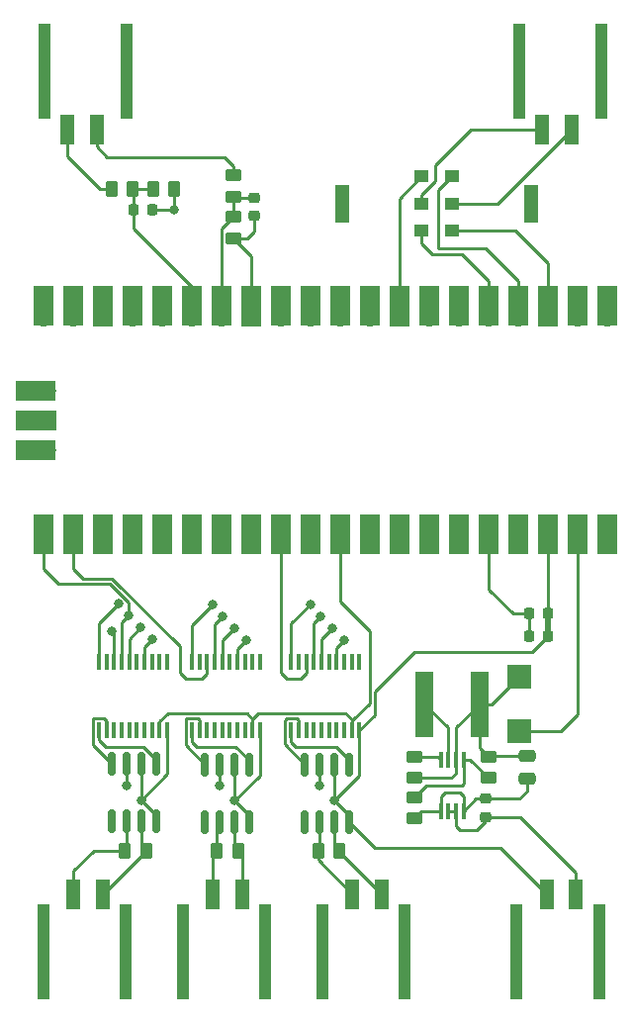
<source format=gtl>
%TF.GenerationSoftware,KiCad,Pcbnew,(6.0.5-0)*%
%TF.CreationDate,2022-05-30T23:28:05+01:00*%
%TF.ProjectId,bms,626d732e-6b69-4636-9164-5f7063625858,rev?*%
%TF.SameCoordinates,Original*%
%TF.FileFunction,Copper,L1,Top*%
%TF.FilePolarity,Positive*%
%FSLAX46Y46*%
G04 Gerber Fmt 4.6, Leading zero omitted, Abs format (unit mm)*
G04 Created by KiCad (PCBNEW (6.0.5-0)) date 2022-05-30 23:28:05*
%MOMM*%
%LPD*%
G01*
G04 APERTURE LIST*
G04 Aperture macros list*
%AMRoundRect*
0 Rectangle with rounded corners*
0 $1 Rounding radius*
0 $2 $3 $4 $5 $6 $7 $8 $9 X,Y pos of 4 corners*
0 Add a 4 corners polygon primitive as box body*
4,1,4,$2,$3,$4,$5,$6,$7,$8,$9,$2,$3,0*
0 Add four circle primitives for the rounded corners*
1,1,$1+$1,$2,$3*
1,1,$1+$1,$4,$5*
1,1,$1+$1,$6,$7*
1,1,$1+$1,$8,$9*
0 Add four rect primitives between the rounded corners*
20,1,$1+$1,$2,$3,$4,$5,0*
20,1,$1+$1,$4,$5,$6,$7,0*
20,1,$1+$1,$6,$7,$8,$9,0*
20,1,$1+$1,$8,$9,$2,$3,0*%
G04 Aperture macros list end*
%TA.AperFunction,SMDPad,CuDef*%
%ADD10R,1.240000X2.500000*%
%TD*%
%TA.AperFunction,SMDPad,CuDef*%
%ADD11R,1.100000X8.200000*%
%TD*%
%TA.AperFunction,SMDPad,CuDef*%
%ADD12R,0.450000X1.400000*%
%TD*%
%TA.AperFunction,SMDPad,CuDef*%
%ADD13R,0.450000X1.475000*%
%TD*%
%TA.AperFunction,SMDPad,CuDef*%
%ADD14R,1.200000X1.000000*%
%TD*%
%TA.AperFunction,SMDPad,CuDef*%
%ADD15R,1.200000X3.300000*%
%TD*%
%TA.AperFunction,SMDPad,CuDef*%
%ADD16RoundRect,0.250000X-0.450000X0.262500X-0.450000X-0.262500X0.450000X-0.262500X0.450000X0.262500X0*%
%TD*%
%TA.AperFunction,SMDPad,CuDef*%
%ADD17RoundRect,0.250000X-0.262500X-0.450000X0.262500X-0.450000X0.262500X0.450000X-0.262500X0.450000X0*%
%TD*%
%TA.AperFunction,SMDPad,CuDef*%
%ADD18RoundRect,0.250000X0.450000X-0.262500X0.450000X0.262500X-0.450000X0.262500X-0.450000X-0.262500X0*%
%TD*%
%TA.AperFunction,SMDPad,CuDef*%
%ADD19RoundRect,0.150000X-0.150000X0.825000X-0.150000X-0.825000X0.150000X-0.825000X0.150000X0.825000X0*%
%TD*%
%TA.AperFunction,SMDPad,CuDef*%
%ADD20RoundRect,0.225000X-0.250000X0.225000X-0.250000X-0.225000X0.250000X-0.225000X0.250000X0.225000X0*%
%TD*%
%TA.AperFunction,SMDPad,CuDef*%
%ADD21R,2.049780X2.049780*%
%TD*%
%TA.AperFunction,SMDPad,CuDef*%
%ADD22R,3.500000X1.700000*%
%TD*%
%TA.AperFunction,ComponentPad*%
%ADD23O,1.700000X1.700000*%
%TD*%
%TA.AperFunction,ComponentPad*%
%ADD24R,1.700000X1.700000*%
%TD*%
%TA.AperFunction,SMDPad,CuDef*%
%ADD25R,1.700000X3.500000*%
%TD*%
%TA.AperFunction,SMDPad,CuDef*%
%ADD26RoundRect,0.225000X-0.225000X-0.250000X0.225000X-0.250000X0.225000X0.250000X-0.225000X0.250000X0*%
%TD*%
%TA.AperFunction,SMDPad,CuDef*%
%ADD27RoundRect,0.225000X0.250000X-0.225000X0.250000X0.225000X-0.250000X0.225000X-0.250000X-0.225000X0*%
%TD*%
%TA.AperFunction,SMDPad,CuDef*%
%ADD28RoundRect,0.250000X-0.475000X0.250000X-0.475000X-0.250000X0.475000X-0.250000X0.475000X0.250000X0*%
%TD*%
%TA.AperFunction,SMDPad,CuDef*%
%ADD29R,1.600000X5.700000*%
%TD*%
%TA.AperFunction,ViaPad*%
%ADD30C,0.800000*%
%TD*%
%TA.AperFunction,Conductor*%
%ADD31C,0.250000*%
%TD*%
%TA.AperFunction,Conductor*%
%ADD32C,0.500000*%
%TD*%
G04 APERTURE END LIST*
D10*
%TO.P,J6,1,1*%
%TO.N,BATT_2_CONTACTOR_GND*%
X115082000Y-92456000D03*
%TO.P,J6,2,2*%
%TO.N,BATT_1_CONTACTOR_GND*%
X117582000Y-92456000D03*
D11*
%TO.P,J6,3*%
%TO.N,N/C*%
X113112000Y-87526000D03*
%TO.P,J6,4*%
X120152000Y-87526000D03*
%TD*%
D10*
%TO.P,J5,1,1*%
%TO.N,IGNITION_ON_IN*%
X74442000Y-92456000D03*
%TO.P,J5,2,2*%
%TO.N,CHARGE_ENABLE_IN*%
X76942000Y-92456000D03*
D11*
%TO.P,J5,3*%
%TO.N,N/C*%
X72472000Y-87526000D03*
%TO.P,J5,4*%
X79512000Y-87526000D03*
%TD*%
D10*
%TO.P,J4,1,1*%
%TO.N,BATT_2_CAN_H*%
X77471000Y-157908000D03*
%TO.P,J4,2,2*%
%TO.N,BATT_2_CAN_L*%
X74971000Y-157908000D03*
D11*
%TO.P,J4,3*%
%TO.N,N/C*%
X79441000Y-162838000D03*
%TO.P,J4,4*%
X72401000Y-162838000D03*
%TD*%
D10*
%TO.P,J3,1,1*%
%TO.N,BATT_1_CAN_H*%
X101326000Y-157908000D03*
%TO.P,J3,2,2*%
%TO.N,BATT_1_CAN_L*%
X98826000Y-157908000D03*
D11*
%TO.P,J3,3*%
%TO.N,N/C*%
X103296000Y-162838000D03*
%TO.P,J3,4*%
X96256000Y-162838000D03*
%TD*%
D10*
%TO.P,J2,1,1*%
%TO.N,MAIN_CAN_H*%
X89388000Y-157908000D03*
%TO.P,J2,2,2*%
%TO.N,MAIN_CAN_L*%
X86888000Y-157908000D03*
D11*
%TO.P,J2,3*%
%TO.N,N/C*%
X91358000Y-162838000D03*
%TO.P,J2,4*%
X84318000Y-162838000D03*
%TD*%
D10*
%TO.P,J1,1,1*%
%TO.N,12V*%
X117984000Y-157908000D03*
%TO.P,J1,2,2*%
%TO.N,GND*%
X115484000Y-157908000D03*
D11*
%TO.P,J1,3*%
%TO.N,N/C*%
X119954000Y-162838000D03*
%TO.P,J1,4*%
X112914000Y-162838000D03*
%TD*%
D12*
%TO.P,IC9,1,PGND*%
%TO.N,Net-(C1-Pad2)*%
X106403000Y-150790000D03*
%TO.P,IC9,2,VIN*%
%TO.N,12V*%
X107053000Y-150790000D03*
%TO.P,IC9,3,EN*%
X107703000Y-150790000D03*
%TO.P,IC9,4,AGND*%
%TO.N,Net-(C1-Pad2)*%
X108353000Y-150790000D03*
%TO.P,IC9,5,FB*%
%TO.N,Net-(R2-Pad2)*%
X108353000Y-146390000D03*
%TO.P,IC9,6,VOS*%
%TO.N,5V*%
X107703000Y-146390000D03*
%TO.P,IC9,7,SW*%
%TO.N,Net-(L1-Pad1)*%
X107053000Y-146390000D03*
%TO.P,IC9,8,PG*%
%TO.N,Net-(R1-Pad2)*%
X106403000Y-146390000D03*
%TD*%
D13*
%TO.P,IC5,1,TXCAN*%
%TO.N,BATT_2_CAN_TX*%
X77154469Y-143908000D03*
%TO.P,IC5,2,RXCAN*%
%TO.N,BATT_2_CAN_RX*%
X77804469Y-143908000D03*
%TO.P,IC5,3,CLKOUT/SOF*%
%TO.N,unconnected-(IC5-Pad3)*%
X78454469Y-143908000D03*
%TO.P,IC5,4,~{TX0RTS}*%
%TO.N,unconnected-(IC5-Pad4)*%
X79104469Y-143908000D03*
%TO.P,IC5,5,~{TX1RTS}*%
%TO.N,unconnected-(IC5-Pad5)*%
X79754469Y-143908000D03*
%TO.P,IC5,6,NC_1*%
%TO.N,unconnected-(IC5-Pad6)*%
X80404469Y-143908000D03*
%TO.P,IC5,7,~{TX2RTS}*%
%TO.N,unconnected-(IC5-Pad7)*%
X81054469Y-143908000D03*
%TO.P,IC5,8,OSC2*%
%TO.N,unconnected-(IC5-Pad8)*%
X81704469Y-143908000D03*
%TO.P,IC5,9,OSC1*%
%TO.N,8MHz*%
X82354469Y-143908000D03*
%TO.P,IC5,10,VSS*%
%TO.N,GND*%
X83004469Y-143908000D03*
%TO.P,IC5,11,~{RX1BF}*%
%TO.N,unconnected-(IC5-Pad11)*%
X83004469Y-138032000D03*
%TO.P,IC5,12,~{RX0BF}*%
%TO.N,unconnected-(IC5-Pad12)*%
X82354469Y-138032000D03*
%TO.P,IC5,13,~{INT}*%
%TO.N,unconnected-(IC5-Pad13)*%
X81704469Y-138032000D03*
%TO.P,IC5,14,SCK*%
%TO.N,SPI0_CLK*%
X81054469Y-138032000D03*
%TO.P,IC5,15,NC_2*%
%TO.N,unconnected-(IC5-Pad15)*%
X80404469Y-138032000D03*
%TO.P,IC5,16,SI*%
%TO.N,SPI0_MOSI*%
X79754469Y-138032000D03*
%TO.P,IC5,17,SO*%
%TO.N,SPI0_MISO*%
X79104469Y-138032000D03*
%TO.P,IC5,18,~{CS}*%
%TO.N,BATT_2_CS*%
X78454469Y-138032000D03*
%TO.P,IC5,19,~{RESET}*%
%TO.N,unconnected-(IC5-Pad19)*%
X77804469Y-138032000D03*
%TO.P,IC5,20,VDD*%
%TO.N,3V*%
X77154469Y-138032000D03*
%TD*%
%TO.P,IC4,1,TXCAN*%
%TO.N,BATT_1_CAN_TX*%
X93595000Y-143908000D03*
%TO.P,IC4,2,RXCAN*%
%TO.N,BATT_1_CAN_RX*%
X94245000Y-143908000D03*
%TO.P,IC4,3,CLKOUT/SOF*%
%TO.N,unconnected-(IC4-Pad3)*%
X94895000Y-143908000D03*
%TO.P,IC4,4,~{TX0RTS}*%
%TO.N,unconnected-(IC4-Pad4)*%
X95545000Y-143908000D03*
%TO.P,IC4,5,~{TX1RTS}*%
%TO.N,unconnected-(IC4-Pad5)*%
X96195000Y-143908000D03*
%TO.P,IC4,6,NC_1*%
%TO.N,unconnected-(IC4-Pad6)*%
X96845000Y-143908000D03*
%TO.P,IC4,7,~{TX2RTS}*%
%TO.N,unconnected-(IC4-Pad7)*%
X97495000Y-143908000D03*
%TO.P,IC4,8,OSC2*%
%TO.N,unconnected-(IC4-Pad8)*%
X98145000Y-143908000D03*
%TO.P,IC4,9,OSC1*%
%TO.N,8MHz*%
X98795000Y-143908000D03*
%TO.P,IC4,10,VSS*%
%TO.N,GND*%
X99445000Y-143908000D03*
%TO.P,IC4,11,~{RX1BF}*%
%TO.N,unconnected-(IC4-Pad11)*%
X99445000Y-138032000D03*
%TO.P,IC4,12,~{RX0BF}*%
%TO.N,unconnected-(IC4-Pad12)*%
X98795000Y-138032000D03*
%TO.P,IC4,13,~{INT}*%
%TO.N,unconnected-(IC4-Pad13)*%
X98145000Y-138032000D03*
%TO.P,IC4,14,SCK*%
%TO.N,SPI0_CLK*%
X97495000Y-138032000D03*
%TO.P,IC4,15,NC_2*%
%TO.N,unconnected-(IC4-Pad15)*%
X96845000Y-138032000D03*
%TO.P,IC4,16,SI*%
%TO.N,SPI0_MOSI*%
X96195000Y-138032000D03*
%TO.P,IC4,17,SO*%
%TO.N,SPI0_MISO*%
X95545000Y-138032000D03*
%TO.P,IC4,18,~{CS}*%
%TO.N,BATT_1_CS*%
X94895000Y-138032000D03*
%TO.P,IC4,19,~{RESET}*%
%TO.N,unconnected-(IC4-Pad19)*%
X94245000Y-138032000D03*
%TO.P,IC4,20,VDD*%
%TO.N,3V*%
X93595000Y-138032000D03*
%TD*%
%TO.P,IC3,1,TXCAN*%
%TO.N,MAIN_CAN_TX*%
X85095011Y-143908000D03*
%TO.P,IC3,2,RXCAN*%
%TO.N,MAIN_CAN_RX*%
X85745011Y-143908000D03*
%TO.P,IC3,3,CLKOUT/SOF*%
%TO.N,unconnected-(IC3-Pad3)*%
X86395011Y-143908000D03*
%TO.P,IC3,4,~{TX0RTS}*%
%TO.N,unconnected-(IC3-Pad4)*%
X87045011Y-143908000D03*
%TO.P,IC3,5,~{TX1RTS}*%
%TO.N,unconnected-(IC3-Pad5)*%
X87695011Y-143908000D03*
%TO.P,IC3,6,NC_1*%
%TO.N,unconnected-(IC3-Pad6)*%
X88345011Y-143908000D03*
%TO.P,IC3,7,~{TX2RTS}*%
%TO.N,unconnected-(IC3-Pad7)*%
X88995011Y-143908000D03*
%TO.P,IC3,8,OSC2*%
%TO.N,unconnected-(IC3-Pad8)*%
X89645011Y-143908000D03*
%TO.P,IC3,9,OSC1*%
%TO.N,8MHz*%
X90295011Y-143908000D03*
%TO.P,IC3,10,VSS*%
%TO.N,GND*%
X90945011Y-143908000D03*
%TO.P,IC3,11,~{RX1BF}*%
%TO.N,unconnected-(IC3-Pad11)*%
X90945011Y-138032000D03*
%TO.P,IC3,12,~{RX0BF}*%
%TO.N,unconnected-(IC3-Pad12)*%
X90295011Y-138032000D03*
%TO.P,IC3,13,~{INT}*%
%TO.N,unconnected-(IC3-Pad13)*%
X89645011Y-138032000D03*
%TO.P,IC3,14,SCK*%
%TO.N,SPI0_CLK*%
X88995011Y-138032000D03*
%TO.P,IC3,15,NC_2*%
%TO.N,unconnected-(IC3-Pad15)*%
X88345011Y-138032000D03*
%TO.P,IC3,16,SI*%
%TO.N,SPI0_MOSI*%
X87695011Y-138032000D03*
%TO.P,IC3,17,SO*%
%TO.N,SPI0_MISO*%
X87045011Y-138032000D03*
%TO.P,IC3,18,~{CS}*%
%TO.N,MAIN_CAN_CS*%
X86395011Y-138032000D03*
%TO.P,IC3,19,~{RESET}*%
%TO.N,unconnected-(IC3-Pad19)*%
X85745011Y-138032000D03*
%TO.P,IC3,20,VDD*%
%TO.N,3V*%
X85095011Y-138032000D03*
%TD*%
D14*
%TO.P,IC2,1,G*%
%TO.N,BATT_2_CONTACTOR_SIGNAL*%
X104746000Y-101106000D03*
%TO.P,IC2,2,D_1*%
%TO.N,BATT_2_CONTACTOR_GND*%
X104746000Y-98806000D03*
%TO.P,IC2,3,S*%
%TO.N,GND*%
X104746000Y-96506000D03*
D15*
%TO.P,IC2,4,D_2*%
%TO.N,unconnected-(IC2-Pad4)*%
X97946000Y-98806000D03*
%TD*%
D14*
%TO.P,IC1,1,G*%
%TO.N,BATT_1_CONTACTOR_SIGNAL*%
X107344000Y-96506000D03*
%TO.P,IC1,2,D_1*%
%TO.N,BATT_1_CONTACTOR_GND*%
X107344000Y-98806000D03*
%TO.P,IC1,3,S*%
%TO.N,GND*%
X107344000Y-101106000D03*
D15*
%TO.P,IC1,4,D_2*%
%TO.N,unconnected-(IC1-Pad4)*%
X114144000Y-98806000D03*
%TD*%
D16*
%TO.P,R7,1*%
%TO.N,CHARGE_ENABLE_IN_SIGNAL*%
X88646000Y-99938500D03*
%TO.P,R7,2*%
%TO.N,GND*%
X88646000Y-101763500D03*
%TD*%
D17*
%TO.P,R6,2*%
%TO.N,GND*%
X83613000Y-97536000D03*
%TO.P,R6,1*%
%TO.N,IGNITION_ON_IN_SIGNAL*%
X81788000Y-97536000D03*
%TD*%
D16*
%TO.P,R5,1*%
%TO.N,CHARGE_ENABLE_IN*%
X88646000Y-96382500D03*
%TO.P,R5,2*%
%TO.N,CHARGE_ENABLE_IN_SIGNAL*%
X88646000Y-98207500D03*
%TD*%
D17*
%TO.P,R4,2*%
%TO.N,IGNITION_ON_IN_SIGNAL*%
X80057000Y-97536000D03*
%TO.P,R4,1*%
%TO.N,IGNITION_ON_IN*%
X78232000Y-97536000D03*
%TD*%
D16*
%TO.P,R3,1*%
%TO.N,Net-(R2-Pad2)*%
X104140000Y-149606000D03*
%TO.P,R3,2*%
%TO.N,Net-(C1-Pad2)*%
X104140000Y-151431000D03*
%TD*%
%TO.P,R2,1*%
%TO.N,5V*%
X110490000Y-146153500D03*
%TO.P,R2,2*%
%TO.N,Net-(R2-Pad2)*%
X110490000Y-147978500D03*
%TD*%
D18*
%TO.P,R1,1*%
%TO.N,5V*%
X104140000Y-147978500D03*
%TO.P,R1,2*%
%TO.N,Net-(R1-Pad2)*%
X104140000Y-146153500D03*
%TD*%
D17*
%TO.P,R10,1*%
%TO.N,BATT_2_CAN_L*%
X79351500Y-154178000D03*
%TO.P,R10,2*%
%TO.N,BATT_2_CAN_H*%
X81176500Y-154178000D03*
%TD*%
%TO.P,R9,1*%
%TO.N,BATT_1_CAN_L*%
X95914509Y-154178000D03*
%TO.P,R9,2*%
%TO.N,BATT_1_CAN_H*%
X97739509Y-154178000D03*
%TD*%
%TO.P,R8,1*%
%TO.N,MAIN_CAN_L*%
X87221542Y-154178000D03*
%TO.P,R8,2*%
%TO.N,MAIN_CAN_H*%
X89046542Y-154178000D03*
%TD*%
D19*
%TO.P,IC7,1,D*%
%TO.N,BATT_1_CAN_TX*%
X98605009Y-146808249D03*
%TO.P,IC7,2,GND*%
%TO.N,GND*%
X97335009Y-146808249D03*
%TO.P,IC7,3,VCC*%
%TO.N,3V*%
X96065009Y-146808249D03*
%TO.P,IC7,4,R*%
%TO.N,BATT_1_CAN_RX*%
X94795009Y-146808249D03*
%TO.P,IC7,5,Vref*%
%TO.N,unconnected-(IC7-Pad5)*%
X94795009Y-151758249D03*
%TO.P,IC7,6,CANL*%
%TO.N,BATT_1_CAN_L*%
X96065009Y-151758249D03*
%TO.P,IC7,7,CANH*%
%TO.N,BATT_1_CAN_H*%
X97335009Y-151758249D03*
%TO.P,IC7,8,Rs*%
%TO.N,GND*%
X98605009Y-151758249D03*
%TD*%
%TO.P,IC8,8,Rs*%
%TO.N,GND*%
X90039042Y-151758249D03*
%TO.P,IC8,7,CANH*%
%TO.N,MAIN_CAN_H*%
X88769042Y-151758249D03*
%TO.P,IC8,6,CANL*%
%TO.N,MAIN_CAN_L*%
X87499042Y-151758249D03*
%TO.P,IC8,5,Vref*%
%TO.N,unconnected-(IC8-Pad5)*%
X86229042Y-151758249D03*
%TO.P,IC8,4,R*%
%TO.N,MAIN_CAN_RX*%
X86229042Y-146808249D03*
%TO.P,IC8,3,VCC*%
%TO.N,3V*%
X87499042Y-146808249D03*
%TO.P,IC8,2,GND*%
%TO.N,GND*%
X88769042Y-146808249D03*
%TO.P,IC8,1,D*%
%TO.N,MAIN_CAN_TX*%
X90039042Y-146808249D03*
%TD*%
D20*
%TO.P,C6,1*%
%TO.N,CHARGE_ENABLE_IN_SIGNAL*%
X90424000Y-98298000D03*
%TO.P,C6,2*%
%TO.N,GND*%
X90424000Y-99848000D03*
%TD*%
D21*
%TO.P,D1,1*%
%TO.N,Net-(D1-Pad1)*%
X113093000Y-143936200D03*
%TO.P,D1,2*%
%TO.N,5V*%
X113093000Y-139338800D03*
%TD*%
D22*
%TO.P,U8,43,SWDIO*%
%TO.N,unconnected-(U8-Pad43)*%
X71720000Y-119888000D03*
D23*
X72620000Y-119888000D03*
D22*
%TO.P,U8,42,GND*%
%TO.N,unconnected-(U8-Pad42)*%
X71720000Y-117348000D03*
D24*
X72620000Y-117348000D03*
D23*
%TO.P,U8,41,SWCLK*%
%TO.N,unconnected-(U8-Pad41)*%
X72620000Y-114808000D03*
D22*
X71720000Y-114808000D03*
D23*
%TO.P,U8,40,VBUS*%
%TO.N,unconnected-(U8-Pad40)*%
X120650000Y-126238000D03*
D25*
X120650000Y-127138000D03*
%TO.P,U8,39,VSYS*%
%TO.N,Net-(D1-Pad1)*%
X118110000Y-127138000D03*
D23*
X118110000Y-126238000D03*
D24*
%TO.P,U8,38,GND*%
%TO.N,GND*%
X115570000Y-126238000D03*
D25*
X115570000Y-127138000D03*
D23*
%TO.P,U8,37,3V3_EN*%
%TO.N,unconnected-(U8-Pad37)*%
X113030000Y-126238000D03*
D25*
X113030000Y-127138000D03*
%TO.P,U8,36,3V3*%
%TO.N,3V*%
X110490000Y-127138000D03*
D23*
X110490000Y-126238000D03*
D25*
%TO.P,U8,35,ADC_VREF*%
%TO.N,unconnected-(U8-Pad35)*%
X107950000Y-127138000D03*
D23*
X107950000Y-126238000D03*
%TO.P,U8,34,GPIO28_ADC2*%
%TO.N,unconnected-(U8-Pad34)*%
X105410000Y-126238000D03*
D25*
X105410000Y-127138000D03*
%TO.P,U8,33,AGND*%
%TO.N,unconnected-(U8-Pad33)*%
X102870000Y-127138000D03*
D24*
X102870000Y-126238000D03*
D23*
%TO.P,U8,32,GPIO27_ADC1*%
%TO.N,unconnected-(U8-Pad32)*%
X100330000Y-126238000D03*
D25*
X100330000Y-127138000D03*
D23*
%TO.P,U8,31,GPIO26_ADC0*%
%TO.N,8MHz*%
X97790000Y-126238000D03*
D25*
X97790000Y-127138000D03*
%TO.P,U8,30,RUN*%
%TO.N,unconnected-(U8-Pad30)*%
X95250000Y-127138000D03*
D23*
X95250000Y-126238000D03*
D25*
%TO.P,U8,29,GPIO22*%
%TO.N,BATT_1_CS*%
X92710000Y-127138000D03*
D23*
X92710000Y-126238000D03*
D25*
%TO.P,U8,28,GND*%
%TO.N,unconnected-(U8-Pad28)*%
X90170000Y-127138000D03*
D24*
X90170000Y-126238000D03*
D25*
%TO.P,U8,27,GPIO21*%
%TO.N,unconnected-(U8-Pad27)*%
X87630000Y-127138000D03*
D23*
X87630000Y-126238000D03*
%TO.P,U8,26,GPIO20*%
%TO.N,unconnected-(U8-Pad26)*%
X85090000Y-126238000D03*
D25*
X85090000Y-127138000D03*
D23*
%TO.P,U8,25,GPIO19*%
%TO.N,SPI0_MOSI*%
X82550000Y-126238000D03*
D25*
X82550000Y-127138000D03*
D23*
%TO.P,U8,24,GPIO18*%
%TO.N,SPI0_CLK*%
X80010000Y-126238000D03*
D25*
X80010000Y-127138000D03*
%TO.P,U8,23,GND*%
%TO.N,unconnected-(U8-Pad23)*%
X77470000Y-127138000D03*
D24*
X77470000Y-126238000D03*
D23*
%TO.P,U8,22,GPIO17*%
%TO.N,MAIN_CAN_CS*%
X74930000Y-126238000D03*
D25*
X74930000Y-127138000D03*
D23*
%TO.P,U8,21,GPIO16*%
%TO.N,SPI0_MISO*%
X72390000Y-126238000D03*
D25*
X72390000Y-127138000D03*
%TO.P,U8,20,GPIO15*%
%TO.N,BATT_2_CS*%
X72390000Y-107558000D03*
D23*
X72390000Y-108458000D03*
%TO.P,U8,19,GPIO14*%
%TO.N,unconnected-(U8-Pad19)*%
X74930000Y-108458000D03*
D25*
X74930000Y-107558000D03*
D24*
%TO.P,U8,18,GND*%
%TO.N,GND*%
X77470000Y-108458000D03*
D25*
X77470000Y-107558000D03*
%TO.P,U8,17,GPIO13*%
%TO.N,unconnected-(U8-Pad17)*%
X80010000Y-107558000D03*
D23*
X80010000Y-108458000D03*
%TO.P,U8,16,GPIO12*%
%TO.N,unconnected-(U8-Pad16)*%
X82550000Y-108458000D03*
D25*
X82550000Y-107558000D03*
%TO.P,U8,15,GPIO11*%
%TO.N,IGNITION_ON_IN_SIGNAL*%
X85090000Y-107558000D03*
D23*
X85090000Y-108458000D03*
%TO.P,U8,14,GPIO10*%
%TO.N,CHARGE_ENABLE_IN_SIGNAL*%
X87630000Y-108458000D03*
D25*
X87630000Y-107558000D03*
D24*
%TO.P,U8,13,GND*%
%TO.N,GND*%
X90170000Y-108458000D03*
D25*
X90170000Y-107558000D03*
D23*
%TO.P,U8,12,GPIO9*%
%TO.N,unconnected-(U8-Pad12)*%
X92710000Y-108458000D03*
D25*
X92710000Y-107558000D03*
D23*
%TO.P,U8,11,GPIO8*%
%TO.N,unconnected-(U8-Pad11)*%
X95250000Y-108458000D03*
D25*
X95250000Y-107558000D03*
D23*
%TO.P,U8,10,GPIO7*%
%TO.N,unconnected-(U8-Pad10)*%
X97790000Y-108458000D03*
D25*
X97790000Y-107558000D03*
%TO.P,U8,9,GPIO6*%
%TO.N,unconnected-(U8-Pad9)*%
X100330000Y-107558000D03*
D23*
X100330000Y-108458000D03*
D25*
%TO.P,U8,8,GND*%
%TO.N,GND*%
X102870000Y-107558000D03*
D24*
X102870000Y-108458000D03*
D23*
%TO.P,U8,7,GPIO5*%
%TO.N,unconnected-(U8-Pad7)*%
X105410000Y-108458000D03*
D25*
X105410000Y-107558000D03*
%TO.P,U8,6,GPIO4*%
%TO.N,unconnected-(U8-Pad6)*%
X107950000Y-107558000D03*
D23*
X107950000Y-108458000D03*
%TO.P,U8,5,GPIO3*%
%TO.N,BATT_2_CONTACTOR_SIGNAL*%
X110490000Y-108458000D03*
D25*
X110490000Y-107558000D03*
%TO.P,U8,4,GPIO2*%
%TO.N,BATT_1_CONTACTOR_SIGNAL*%
X113030000Y-107558000D03*
D23*
X113030000Y-108458000D03*
D24*
%TO.P,U8,3,GND*%
%TO.N,GND*%
X115570000Y-108458000D03*
D25*
X115570000Y-107558000D03*
D23*
%TO.P,U8,2,GPIO1*%
%TO.N,UART_RX*%
X118110000Y-108458000D03*
D25*
X118110000Y-107558000D03*
D23*
%TO.P,U8,1,GPIO0*%
%TO.N,UART_TX*%
X120650000Y-108458000D03*
D25*
X120650000Y-107558000D03*
%TD*%
D26*
%TO.P,C2,1*%
%TO.N,3V*%
X114020000Y-133921500D03*
%TO.P,C2,2*%
%TO.N,GND*%
X115570000Y-133921500D03*
%TD*%
D27*
%TO.P,C1,1*%
%TO.N,12V*%
X110236000Y-151302500D03*
%TO.P,C1,2*%
%TO.N,Net-(C1-Pad2)*%
X110236000Y-149752500D03*
%TD*%
D19*
%TO.P,IC6,1,D*%
%TO.N,BATT_2_CAN_TX*%
X82042000Y-146750000D03*
%TO.P,IC6,2,GND*%
%TO.N,GND*%
X80772000Y-146750000D03*
%TO.P,IC6,3,VCC*%
%TO.N,3V*%
X79502000Y-146750000D03*
%TO.P,IC6,4,R*%
%TO.N,BATT_2_CAN_RX*%
X78232000Y-146750000D03*
%TO.P,IC6,5,Vref*%
%TO.N,unconnected-(IC6-Pad5)*%
X78232000Y-151700000D03*
%TO.P,IC6,6,CANL*%
%TO.N,BATT_2_CAN_L*%
X79502000Y-151700000D03*
%TO.P,IC6,7,CANH*%
%TO.N,BATT_2_CAN_H*%
X80772000Y-151700000D03*
%TO.P,IC6,8,Rs*%
%TO.N,GND*%
X82042000Y-151700000D03*
%TD*%
D26*
%TO.P,C3,1*%
%TO.N,3V*%
X114020000Y-135826500D03*
%TO.P,C3,2*%
%TO.N,GND*%
X115570000Y-135826500D03*
%TD*%
D28*
%TO.P,C4,1*%
%TO.N,5V*%
X113792000Y-146116000D03*
%TO.P,C4,2*%
%TO.N,Net-(C1-Pad2)*%
X113792000Y-148016000D03*
%TD*%
D26*
%TO.P,C5,2*%
%TO.N,GND*%
X81697500Y-99314000D03*
%TO.P,C5,1*%
%TO.N,IGNITION_ON_IN_SIGNAL*%
X80147500Y-99314000D03*
%TD*%
D29*
%TO.P,L1,1,1*%
%TO.N,Net-(L1-Pad1)*%
X105028000Y-141637500D03*
%TO.P,L1,2,2*%
%TO.N,5V*%
X109728000Y-141637500D03*
%TD*%
D30*
%TO.N,BATT_2_CS*%
X78232000Y-135382000D03*
%TO.N,SPI0_MISO*%
X96139000Y-134112000D03*
%TO.N,SPI0_MOSI*%
X97155000Y-135128000D03*
%TO.N,SPI0_CLK*%
X98171000Y-136144000D03*
%TO.N,3V*%
X95250000Y-133096000D03*
%TO.N,SPI0_MISO*%
X87757000Y-134112000D03*
%TO.N,SPI0_MOSI*%
X88773000Y-135128000D03*
%TO.N,SPI0_CLK*%
X89789000Y-136144000D03*
%TO.N,3V*%
X86868000Y-133096000D03*
%TO.N,GND*%
X83566000Y-99314000D03*
%TO.N,3V*%
X96065009Y-148647531D03*
X78826000Y-133055000D03*
X79502000Y-148590000D03*
X87499042Y-148647531D03*
%TO.N,GND*%
X88769042Y-149917531D03*
X80772000Y-149860000D03*
X97335009Y-149917531D03*
%TO.N,SPI0_CLK*%
X81747000Y-136103000D03*
%TO.N,SPI0_MOSI*%
X80731000Y-135087000D03*
%TO.N,SPI0_MISO*%
X79715000Y-134071000D03*
%TD*%
D31*
%TO.N,BATT_2_CS*%
X78454469Y-138032000D02*
X78454469Y-135604469D01*
X78454469Y-135604469D02*
X78232000Y-135382000D01*
%TO.N,5V*%
X109728000Y-141637500D02*
X109728000Y-145391500D01*
X109728000Y-145391500D02*
X110490000Y-146153500D01*
%TO.N,Net-(R1-Pad2)*%
X104140000Y-146153500D02*
X106166500Y-146153500D01*
X106166500Y-146153500D02*
X106403000Y-146390000D01*
%TO.N,5V*%
X104140000Y-147978500D02*
X107291500Y-147978500D01*
X107291500Y-147978500D02*
X107703000Y-147567000D01*
X107703000Y-147567000D02*
X107703000Y-146390000D01*
%TO.N,Net-(R2-Pad2)*%
X105156000Y-148590000D02*
X108204000Y-148590000D01*
X108353000Y-148441000D02*
X108353000Y-146390000D01*
X104140000Y-149606000D02*
X105156000Y-148590000D01*
X108204000Y-148590000D02*
X108353000Y-148441000D01*
%TO.N,Net-(C1-Pad2)*%
X106403000Y-150790000D02*
X104781000Y-150790000D01*
X104781000Y-150790000D02*
X104140000Y-151431000D01*
%TO.N,12V*%
X110236000Y-151302500D02*
X110236000Y-151669500D01*
X110236000Y-151669500D02*
X109505500Y-152400000D01*
X110236000Y-151302500D02*
X113202500Y-151302500D01*
%TO.N,Net-(C1-Pad2)*%
X109390500Y-149752500D02*
X110236000Y-149752500D01*
X113137500Y-149752500D02*
X113792000Y-149098000D01*
X110236000Y-149752500D02*
X113137500Y-149752500D01*
X113792000Y-149098000D02*
X113792000Y-148016000D01*
%TO.N,Net-(R2-Pad2)*%
X108353000Y-146390000D02*
X108901500Y-146390000D01*
X108901500Y-146390000D02*
X110490000Y-147978500D01*
%TO.N,5V*%
X107703000Y-143662500D02*
X107703000Y-145281000D01*
X107703000Y-145281000D02*
X107703000Y-146390000D01*
X113792000Y-146116000D02*
X110527500Y-146116000D01*
X110527500Y-146116000D02*
X110490000Y-146153500D01*
%TO.N,BATT_1_CAN_L*%
X95914509Y-154178000D02*
X95914509Y-154996509D01*
X95914509Y-154996509D02*
X98826000Y-157908000D01*
%TO.N,BATT_1_CAN_H*%
X97739509Y-154178000D02*
X97739509Y-154321509D01*
X97739509Y-154321509D02*
X101326000Y-157908000D01*
X97335009Y-151758249D02*
X97335009Y-153773500D01*
X97335009Y-153773500D02*
X97739509Y-154178000D01*
%TO.N,BATT_1_CAN_L*%
X96065009Y-151758249D02*
X96065009Y-154027500D01*
X96065009Y-154027500D02*
X95914509Y-154178000D01*
%TO.N,GND*%
X98605009Y-151758249D02*
X100770760Y-153924000D01*
X100770760Y-153924000D02*
X111500000Y-153924000D01*
X111500000Y-153924000D02*
X115484000Y-157908000D01*
%TO.N,12V*%
X113202500Y-151302500D02*
X117984000Y-156084000D01*
X117984000Y-156084000D02*
X117984000Y-157908000D01*
%TO.N,GND*%
X115570000Y-135826500D02*
X114236500Y-137160000D01*
X114236500Y-137160000D02*
X104140000Y-137160000D01*
X104140000Y-137160000D02*
X100759520Y-140540480D01*
X100759520Y-140540480D02*
X100759520Y-142593480D01*
X100759520Y-142593480D02*
X99445000Y-143908000D01*
%TO.N,3V*%
X110490000Y-126238000D02*
X110490000Y-131826000D01*
X110490000Y-131826000D02*
X112585500Y-133921500D01*
X112585500Y-133921500D02*
X114020000Y-133921500D01*
%TO.N,GND*%
X115570000Y-126238000D02*
X115570000Y-133921500D01*
%TO.N,Net-(D1-Pad1)*%
X118110000Y-126238000D02*
X118110000Y-142494000D01*
X116667800Y-143936200D02*
X113093000Y-143936200D01*
X118110000Y-142494000D02*
X116667800Y-143936200D01*
%TO.N,BATT_1_CS*%
X94895000Y-138032000D02*
X94895000Y-138953522D01*
X94895000Y-138953522D02*
X94402522Y-139446000D01*
X94402522Y-139446000D02*
X93200739Y-139446000D01*
X92710000Y-138955261D02*
X92710000Y-126238000D01*
X93200739Y-139446000D02*
X92710000Y-138955261D01*
%TO.N,8MHz*%
X98795000Y-142986478D02*
X98948522Y-142986478D01*
X98948522Y-142986478D02*
X100330000Y-141605000D01*
X100330000Y-141605000D02*
X100330000Y-135382000D01*
X97790000Y-132842000D02*
X97790000Y-126238000D01*
X100330000Y-135382000D02*
X97790000Y-132842000D01*
%TO.N,MAIN_CAN_CS*%
X86395011Y-138032000D02*
X86395011Y-139019500D01*
X86395011Y-139019500D02*
X85968511Y-139446000D01*
X85968511Y-139446000D02*
X84582000Y-139446000D01*
X84582000Y-139446000D02*
X84074000Y-138938000D01*
X84074000Y-138938000D02*
X84074000Y-136699237D01*
X84074000Y-136699237D02*
X78263243Y-130888480D01*
X78263243Y-130888480D02*
X75770480Y-130888480D01*
X75770480Y-130888480D02*
X74930000Y-130048000D01*
X74930000Y-130048000D02*
X74930000Y-126238000D01*
%TO.N,SPI0_MISO*%
X79715000Y-134071000D02*
X79715000Y-132947670D01*
X79715000Y-132947670D02*
X78085330Y-131318000D01*
X78085330Y-131318000D02*
X73660000Y-131318000D01*
X73660000Y-131318000D02*
X72390000Y-130048000D01*
X72390000Y-130048000D02*
X72390000Y-126238000D01*
%TO.N,3V*%
X77154469Y-138032000D02*
X77154469Y-134726531D01*
X77154469Y-134726531D02*
X78826000Y-133055000D01*
%TO.N,SPI0_CLK*%
X88995011Y-138032000D02*
X88995011Y-136937989D01*
X88995011Y-136937989D02*
X89789000Y-136144000D01*
%TO.N,SPI0_MOSI*%
X87695011Y-138032000D02*
X87695011Y-136205989D01*
X87695011Y-136205989D02*
X88773000Y-135128000D01*
%TO.N,SPI0_MISO*%
X87045011Y-138032000D02*
X87045011Y-134823989D01*
X87045011Y-134823989D02*
X87757000Y-134112000D01*
%TO.N,3V*%
X85095011Y-138032000D02*
X85095011Y-134868989D01*
X85095011Y-134868989D02*
X86868000Y-133096000D01*
%TO.N,SPI0_CLK*%
X97495000Y-138032000D02*
X97495000Y-136820000D01*
X97495000Y-136820000D02*
X98171000Y-136144000D01*
%TO.N,SPI0_MOSI*%
X96195000Y-138032000D02*
X96195000Y-136088000D01*
X96195000Y-136088000D02*
X97155000Y-135128000D01*
%TO.N,SPI0_MISO*%
X95545000Y-138032000D02*
X95545000Y-134706000D01*
X95545000Y-134706000D02*
X96139000Y-134112000D01*
%TO.N,3V*%
X93595000Y-138032000D02*
X93595000Y-134751000D01*
X93595000Y-134751000D02*
X95250000Y-133096000D01*
%TO.N,SPI0_CLK*%
X81054469Y-138032000D02*
X81054469Y-136795531D01*
X81054469Y-136795531D02*
X81747000Y-136103000D01*
%TO.N,SPI0_MOSI*%
X79754469Y-138032000D02*
X79754469Y-136063531D01*
X79754469Y-136063531D02*
X80731000Y-135087000D01*
%TO.N,SPI0_MISO*%
X79104469Y-138032000D02*
X79104469Y-134681531D01*
X79104469Y-134681531D02*
X79715000Y-134071000D01*
%TO.N,BATT_1_CAN_H*%
X97739509Y-153981531D02*
X97739509Y-154321509D01*
X97335009Y-153577031D02*
X97739509Y-153981531D01*
%TO.N,MAIN_CAN_H*%
X89388000Y-157908000D02*
X89388000Y-154519458D01*
X89388000Y-154519458D02*
X89046542Y-154178000D01*
X88769042Y-151758249D02*
X88769042Y-153900500D01*
X88769042Y-153900500D02*
X89046542Y-154178000D01*
%TO.N,MAIN_CAN_L*%
X87221542Y-154178000D02*
X87221542Y-152035749D01*
X87221542Y-152035749D02*
X87499042Y-151758249D01*
X86888000Y-157908000D02*
X86888000Y-154511542D01*
X86888000Y-154511542D02*
X87221542Y-154178000D01*
%TO.N,BATT_2_CAN_H*%
X77471000Y-157908000D02*
X81176500Y-154202500D01*
X81176500Y-154202500D02*
X81176500Y-154178000D01*
%TO.N,BATT_2_CAN_L*%
X74971000Y-157908000D02*
X74971000Y-155915000D01*
X74971000Y-155915000D02*
X76708000Y-154178000D01*
X76708000Y-154178000D02*
X79351500Y-154178000D01*
%TO.N,BATT_2_CAN_H*%
X80772000Y-151700000D02*
X80772000Y-153773500D01*
X80772000Y-153773500D02*
X81176500Y-154178000D01*
%TO.N,BATT_2_CAN_L*%
X79502000Y-151700000D02*
X79502000Y-154027500D01*
X79502000Y-154027500D02*
X79351500Y-154178000D01*
%TO.N,GND*%
X83566000Y-99314000D02*
X81697500Y-99314000D01*
X83566000Y-99314000D02*
X83566000Y-97583000D01*
X83566000Y-97583000D02*
X83613000Y-97536000D01*
%TO.N,CHARGE_ENABLE_IN_SIGNAL*%
X87630000Y-108458000D02*
X87630000Y-100954500D01*
X87630000Y-100954500D02*
X88646000Y-99938500D01*
X88646000Y-98207500D02*
X88646000Y-99938500D01*
X90424000Y-98298000D02*
X88736500Y-98298000D01*
X88736500Y-98298000D02*
X88646000Y-98207500D01*
%TO.N,IGNITION_ON_IN_SIGNAL*%
X80147500Y-99314000D02*
X80147500Y-100975500D01*
X80147500Y-100975500D02*
X85090000Y-105918000D01*
X85090000Y-105918000D02*
X85090000Y-108458000D01*
%TO.N,IGNITION_ON_IN*%
X74442000Y-92456000D02*
X74442000Y-94762000D01*
X74442000Y-94762000D02*
X77216000Y-97536000D01*
X77216000Y-97536000D02*
X78232000Y-97536000D01*
%TO.N,CHARGE_ENABLE_IN*%
X76942000Y-92456000D02*
X76942000Y-93960000D01*
X76942000Y-93960000D02*
X77840500Y-94858500D01*
X77840500Y-94858500D02*
X87884000Y-94858500D01*
X87884000Y-94858500D02*
X88646000Y-95620500D01*
X88646000Y-95620500D02*
X88646000Y-96382500D01*
%TO.N,GND*%
X90170000Y-108458000D02*
X90170000Y-103287500D01*
X90170000Y-103287500D02*
X88646000Y-101763500D01*
%TO.N,BATT_1_CONTACTOR_SIGNAL*%
X113030000Y-108458000D02*
X113030000Y-105410000D01*
X113030000Y-105410000D02*
X110236000Y-102616000D01*
X110236000Y-102616000D02*
X106172000Y-102616000D01*
X106172000Y-102616000D02*
X106172000Y-97678000D01*
X106172000Y-97678000D02*
X107344000Y-96506000D01*
%TO.N,BATT_2_CONTACTOR_SIGNAL*%
X105664000Y-103124000D02*
X108204000Y-103124000D01*
X104746000Y-101106000D02*
X104746000Y-102206000D01*
X108204000Y-103124000D02*
X110490000Y-105410000D01*
X110490000Y-105410000D02*
X110490000Y-108458000D01*
X104746000Y-102206000D02*
X105664000Y-103124000D01*
%TO.N,BATT_2_CONTACTOR_GND*%
X104746000Y-98056000D02*
X105918000Y-96884000D01*
X105918000Y-95504000D02*
X108966000Y-92456000D01*
X105918000Y-96884000D02*
X105918000Y-95504000D01*
X104746000Y-98806000D02*
X104746000Y-98056000D01*
X108966000Y-92456000D02*
X115082000Y-92456000D01*
%TO.N,GND*%
X102870000Y-108458000D02*
X102870000Y-98382000D01*
X102870000Y-98382000D02*
X104746000Y-96506000D01*
X107344000Y-101106000D02*
X112790000Y-101106000D01*
X112790000Y-101106000D02*
X115570000Y-103886000D01*
X115570000Y-103886000D02*
X115570000Y-108458000D01*
%TO.N,BATT_1_CONTACTOR_GND*%
X107344000Y-98806000D02*
X111252000Y-98806000D01*
X111252000Y-98806000D02*
X117582000Y-92476000D01*
X117582000Y-92476000D02*
X117582000Y-92456000D01*
%TO.N,IGNITION_ON_IN_SIGNAL*%
X81788000Y-97536000D02*
X80057000Y-97536000D01*
X80147500Y-99314000D02*
X80147500Y-97626500D01*
X80147500Y-97626500D02*
X80057000Y-97536000D01*
%TO.N,GND*%
X89869000Y-101763500D02*
X90424000Y-101208500D01*
X88646000Y-101763500D02*
X89869000Y-101763500D01*
X90424000Y-101208500D02*
X90424000Y-99848000D01*
X97335009Y-149917531D02*
X99445000Y-147807540D01*
X99445000Y-147807540D02*
X99445000Y-143908000D01*
X88769042Y-149917531D02*
X90945011Y-147741562D01*
X90945011Y-147741562D02*
X90945011Y-143908000D01*
X80772000Y-149860000D02*
X83004469Y-147627531D01*
X83004469Y-147627531D02*
X83004469Y-143908000D01*
%TO.N,8MHz*%
X90779042Y-142436469D02*
X98244991Y-142436469D01*
X83058000Y-142436469D02*
X89810980Y-142436469D01*
%TO.N,BATT_2_CAN_RX*%
X78232000Y-146750000D02*
X76624958Y-145142958D01*
X77804469Y-143082469D02*
X77804469Y-143908000D01*
X76624958Y-145142958D02*
X76624958Y-142865989D01*
X76624958Y-142865989D02*
X77587989Y-142865989D01*
X77587989Y-142865989D02*
X77804469Y-143082469D01*
%TO.N,BATT_2_CAN_TX*%
X82042000Y-146750000D02*
X82042000Y-146402212D01*
X82042000Y-146402212D02*
X80927788Y-145288000D01*
X77154469Y-144718469D02*
X77154469Y-143908000D01*
X80927788Y-145288000D02*
X77724000Y-145288000D01*
X77724000Y-145288000D02*
X77154469Y-144718469D01*
%TO.N,BATT_1_CAN_RX*%
X94795009Y-146808249D02*
X93065489Y-145078729D01*
X93065489Y-145078729D02*
X93065489Y-143018500D01*
X93065489Y-143018500D02*
X93218000Y-142865989D01*
X93218000Y-142865989D02*
X94097989Y-142865989D01*
X94097989Y-142865989D02*
X94245000Y-143013000D01*
X94245000Y-143013000D02*
X94245000Y-143908000D01*
%TO.N,BATT_1_CAN_TX*%
X98605009Y-146808249D02*
X98605009Y-146460461D01*
X98605009Y-146460461D02*
X97432548Y-145288000D01*
X97432548Y-145288000D02*
X93987500Y-145288000D01*
X93987500Y-145288000D02*
X93595000Y-144895500D01*
X93595000Y-144895500D02*
X93595000Y-143908000D01*
%TO.N,MAIN_CAN_TX*%
X90039042Y-146808249D02*
X90039042Y-146460461D01*
X90039042Y-146460461D02*
X88866581Y-145288000D01*
X88866581Y-145288000D02*
X85487511Y-145288000D01*
X85487511Y-145288000D02*
X85095011Y-144895500D01*
X85095011Y-144895500D02*
X85095011Y-143908000D01*
%TO.N,MAIN_CAN_RX*%
X86229042Y-146808249D02*
X84565500Y-145144707D01*
X84565500Y-145144707D02*
X84565500Y-142865989D01*
X84565500Y-142865989D02*
X85598000Y-142865989D01*
X85598000Y-142865989D02*
X85745011Y-143013000D01*
X85745011Y-143013000D02*
X85745011Y-143908000D01*
%TO.N,Net-(C1-Pad2)*%
X109390500Y-149752500D02*
X108353000Y-150790000D01*
%TO.N,Net-(L1-Pad1)*%
X107053000Y-143662500D02*
X107053000Y-146390000D01*
%TO.N,12V*%
X107053000Y-150790000D02*
X107703000Y-150790000D01*
X107703000Y-150790000D02*
X107703000Y-152090000D01*
X107703000Y-152090000D02*
X108013000Y-152400000D01*
%TO.N,Net-(C1-Pad2)*%
X108013000Y-149225000D02*
X106743000Y-149225000D01*
X108353000Y-150790000D02*
X108353000Y-149565000D01*
X108353000Y-149565000D02*
X108013000Y-149225000D01*
X106743000Y-149225000D02*
X106403000Y-149565000D01*
X106403000Y-149565000D02*
X106403000Y-150790000D01*
%TO.N,12V*%
X108013000Y-152400000D02*
X109505500Y-152400000D01*
%TO.N,3V*%
X114020000Y-133921500D02*
X114020000Y-135826500D01*
X87499042Y-148647531D02*
X87499042Y-146808249D01*
X79502000Y-146750000D02*
X79502000Y-148590000D01*
X96065009Y-148647531D02*
X96065009Y-146808249D01*
%TO.N,GND*%
X82042000Y-151130000D02*
X82042000Y-151700000D01*
D32*
X115570000Y-133921500D02*
X115570000Y-135826500D01*
D31*
X98605009Y-151187531D02*
X97335009Y-149917531D01*
X97335009Y-149917531D02*
X97335009Y-146808249D01*
X80772000Y-149860000D02*
X82042000Y-151130000D01*
X98605009Y-151758249D02*
X98605009Y-151187531D01*
X88769042Y-146808249D02*
X88769042Y-149917531D01*
X80772000Y-146750000D02*
X80772000Y-149860000D01*
X88769042Y-149917531D02*
X90039042Y-151187531D01*
X90039042Y-151187531D02*
X90039042Y-151758249D01*
%TO.N,5V*%
X113093000Y-139338800D02*
X110794300Y-141637500D01*
X107703000Y-143662500D02*
X109728000Y-141637500D01*
X110794300Y-141637500D02*
X109728000Y-141637500D01*
%TO.N,8MHz*%
X98795000Y-142986478D02*
X98795000Y-143908000D01*
X89810980Y-142436469D02*
X90295011Y-142920500D01*
X82354469Y-143140000D02*
X83058000Y-142436469D01*
X90295011Y-142920500D02*
X90295011Y-143908000D01*
X82354469Y-143908000D02*
X82354469Y-143140000D01*
X98244991Y-142436469D02*
X98795000Y-142986478D01*
X90295011Y-142920500D02*
X90779042Y-142436469D01*
%TO.N,Net-(L1-Pad1)*%
X107053000Y-143662500D02*
X105028000Y-141637500D01*
%TD*%
M02*

</source>
